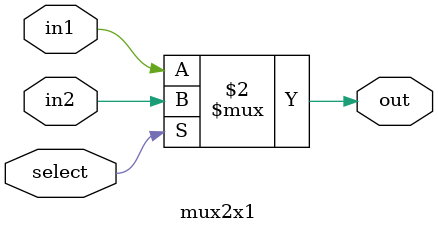
<source format=v>
module mux2x1(
    input in1, in2, select,
    output out
);

    assign out = (~select) ? in1 : in2;
endmodule

</source>
